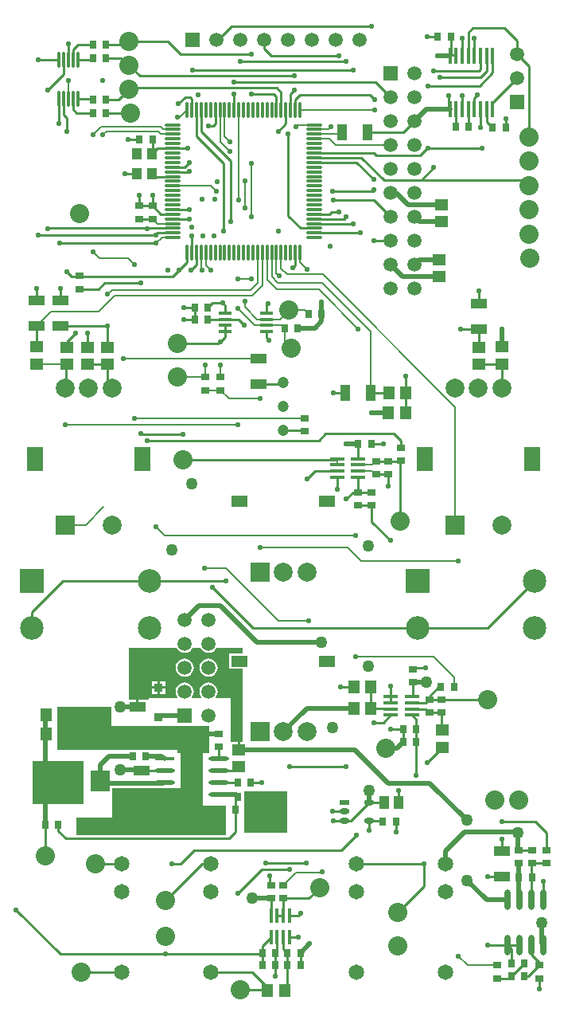
<source format=gtl>
G04*
G04 #@! TF.GenerationSoftware,Altium Limited,CircuitStudio,1.5.1 (13)*
G04*
G04 Layer_Physical_Order=1*
G04 Layer_Color=11767835*
%FSLAX44Y44*%
%MOMM*%
G71*
G01*
G75*
%ADD10R,0.9000X0.8000*%
%ADD11R,0.8000X0.9000*%
%ADD12R,0.4500X1.5500*%
%ADD13R,1.5500X0.4500*%
%ADD14R,1.2000X1.4000*%
%ADD15R,1.4000X1.2000*%
%ADD16R,0.9500X0.9000*%
%ADD17R,1.1000X1.7000*%
%ADD18R,1.7000X1.1000*%
%ADD19R,1.1000X1.3000*%
%ADD20R,1.1000X1.4000*%
%ADD21O,2.1500X0.4500*%
%ADD22R,2.1500X0.4500*%
%ADD23R,2.4000X3.1000*%
%ADD24R,1.4224X0.4318*%
%ADD25R,2.0000X2.2000*%
%ADD26O,1.1000X0.6000*%
%ADD27R,1.1000X0.6000*%
%ADD28O,0.3000X1.8000*%
%ADD29O,1.8000X0.3000*%
%ADD30R,0.3556X1.6764*%
%ADD31O,0.6000X2.2000*%
%ADD32O,0.3000X1.7000*%
%ADD33C,0.2540*%
%ADD34C,0.5080*%
%ADD35C,0.2032*%
%ADD36R,3.3782X2.8702*%
%ADD37R,2.4384X6.4008*%
%ADD38R,11.6078X2.5146*%
%ADD39R,5.8420X4.5974*%
%ADD40R,4.6228X4.4704*%
%ADD41R,5.5118X4.5466*%
%ADD42R,1.8000X2.6000*%
%ADD43R,2.0000X2.0000*%
%ADD44C,2.0000*%
%ADD45C,2.0320*%
%ADD46C,2.5000*%
%ADD47R,2.5000X2.5000*%
%ADD48R,1.8000X1.2000*%
%ADD49C,1.6501*%
%ADD50C,1.5000*%
%ADD51R,1.5000X1.5000*%
%ADD52R,1.5000X1.5000*%
%ADD53C,1.2000*%
%ADD54C,0.5588*%
%ADD55C,1.2700*%
%ADD56C,0.5080*%
G36*
X466090Y475802D02*
X489966D01*
X489966Y444500D01*
X331470Y444500D01*
X331470Y463042D01*
X369316Y463042D01*
X369316Y494030D01*
X466090Y494030D01*
Y475802D01*
D02*
G37*
G36*
X508508Y637032D02*
X493968D01*
Y620968D01*
X508508D01*
Y543320D01*
X505460D01*
Y534780D01*
X502920D01*
Y543320D01*
X495300D01*
Y589788D01*
X480058D01*
X479432Y591058D01*
X480226Y592093D01*
X481186Y594412D01*
X481514Y596900D01*
X481186Y599388D01*
X480226Y601707D01*
X478698Y603698D01*
X476707Y605226D01*
X474388Y606186D01*
X471900Y606514D01*
X469412Y606186D01*
X467093Y605226D01*
X465102Y603698D01*
X463574Y601707D01*
X462613Y599388D01*
X462286Y596900D01*
X462613Y594412D01*
X463574Y592093D01*
X464368Y591058D01*
X463741Y589788D01*
X454658D01*
X454032Y591058D01*
X454826Y592093D01*
X455787Y594412D01*
X456114Y596900D01*
X455787Y599388D01*
X454826Y601707D01*
X453298Y603698D01*
X451307Y605226D01*
X448988Y606186D01*
X446500Y606514D01*
X444011Y606186D01*
X441693Y605226D01*
X439702Y603698D01*
X438174Y601707D01*
X437213Y599388D01*
X436886Y596900D01*
X437213Y594412D01*
X438174Y592093D01*
X438968Y591058D01*
X438341Y589788D01*
X408178D01*
Y589112D01*
X407280Y588214D01*
X397510D01*
Y580174D01*
X394970D01*
Y588214D01*
X387350D01*
Y643128D01*
X387604Y643382D01*
X437971D01*
X438174Y642893D01*
X439702Y640902D01*
X441693Y639374D01*
X444011Y638413D01*
X446500Y638086D01*
X448988Y638413D01*
X451307Y639374D01*
X453298Y640902D01*
X454826Y642893D01*
X455029Y643382D01*
X463371D01*
X463574Y642893D01*
X465102Y640902D01*
X467093Y639374D01*
X469412Y638413D01*
X471900Y638086D01*
X474388Y638413D01*
X476707Y639374D01*
X478698Y640902D01*
X480226Y642893D01*
X480429Y643382D01*
X508508D01*
Y637032D01*
D02*
G37*
%LPC*%
G36*
X425882Y599698D02*
X419862D01*
Y593928D01*
X425882D01*
Y599698D01*
D02*
G37*
G36*
X417322D02*
X411302D01*
Y593928D01*
X417322D01*
Y599698D01*
D02*
G37*
G36*
Y608008D02*
X411302D01*
Y602238D01*
X417322D01*
Y608008D01*
D02*
G37*
G36*
X471900Y631914D02*
X469412Y631586D01*
X467093Y630626D01*
X465102Y629098D01*
X463574Y627107D01*
X462613Y624788D01*
X462286Y622300D01*
X462613Y619812D01*
X463574Y617493D01*
X465102Y615502D01*
X467093Y613974D01*
X469412Y613013D01*
X471900Y612686D01*
X474388Y613013D01*
X476707Y613974D01*
X478698Y615502D01*
X480226Y617493D01*
X481186Y619812D01*
X481514Y622300D01*
X481186Y624788D01*
X480226Y627107D01*
X478698Y629098D01*
X476707Y630626D01*
X474388Y631586D01*
X471900Y631914D01*
D02*
G37*
G36*
X446500D02*
X444011Y631586D01*
X441693Y630626D01*
X439702Y629098D01*
X438174Y627107D01*
X437213Y624788D01*
X436886Y622300D01*
X437213Y619812D01*
X438174Y617493D01*
X439702Y615502D01*
X441693Y613974D01*
X444011Y613013D01*
X446500Y612686D01*
X448988Y613013D01*
X451307Y613974D01*
X453298Y615502D01*
X454826Y617493D01*
X455787Y619812D01*
X456114Y622300D01*
X455787Y624788D01*
X454826Y627107D01*
X453298Y629098D01*
X451307Y630626D01*
X448988Y631586D01*
X446500Y631914D01*
D02*
G37*
G36*
X425882Y608008D02*
X419862D01*
Y602238D01*
X425882D01*
Y608008D01*
D02*
G37*
%LPD*%
D10*
X689610Y606410D02*
D03*
Y620410D02*
D03*
X720090Y574406D02*
D03*
Y588406D02*
D03*
X645160Y794370D02*
D03*
Y808370D02*
D03*
X662940Y827390D02*
D03*
Y841390D02*
D03*
X574294Y887364D02*
D03*
Y873364D02*
D03*
X468376Y930798D02*
D03*
Y916798D02*
D03*
X484632Y930798D02*
D03*
Y916798D02*
D03*
X551500Y377000D02*
D03*
Y391000D02*
D03*
X334772Y1024494D02*
D03*
Y1038494D02*
D03*
X676656Y841868D02*
D03*
Y855868D02*
D03*
X801500Y414500D02*
D03*
Y428500D02*
D03*
X779000Y306000D02*
D03*
Y292000D02*
D03*
X831500Y428500D02*
D03*
Y414500D02*
D03*
X816500Y414500D02*
D03*
Y428500D02*
D03*
X706820Y574470D02*
D03*
Y588470D02*
D03*
X631190Y808370D02*
D03*
Y794370D02*
D03*
X650240Y827390D02*
D03*
Y841390D02*
D03*
X412242Y1098916D02*
D03*
Y1112916D02*
D03*
X398272Y1098916D02*
D03*
Y1112916D02*
D03*
X482600Y537830D02*
D03*
Y551830D02*
D03*
X824000Y306000D02*
D03*
Y292000D02*
D03*
X538226Y377048D02*
D03*
Y391048D02*
D03*
D11*
X631048Y859790D02*
D03*
X645048D02*
D03*
X405018Y528066D02*
D03*
X391018D02*
D03*
X678800Y543052D02*
D03*
X692800D02*
D03*
X569610Y306070D02*
D03*
X555610D02*
D03*
X543194D02*
D03*
X529194D02*
D03*
X362600Y1283970D02*
D03*
X348600D02*
D03*
X362600Y1211580D02*
D03*
X348600D02*
D03*
X362600Y1225550D02*
D03*
X348600D02*
D03*
X362600Y1270000D02*
D03*
X348600D02*
D03*
X578216Y997712D02*
D03*
X592216D02*
D03*
X552562Y982726D02*
D03*
X566562D02*
D03*
X719186Y601472D02*
D03*
X733186D02*
D03*
X486522Y471678D02*
D03*
X500522D02*
D03*
X502960Y485190D02*
D03*
X516960D02*
D03*
X794000Y294000D02*
D03*
X808000D02*
D03*
X774304Y1195832D02*
D03*
X788304D02*
D03*
X734680Y1196848D02*
D03*
X748680D02*
D03*
X729884Y1292606D02*
D03*
X715884D02*
D03*
X692800Y557022D02*
D03*
X678800D02*
D03*
X555610Y318770D02*
D03*
X569610D02*
D03*
X542940Y318770D02*
D03*
X528940D02*
D03*
X412130Y1183132D02*
D03*
X398130D02*
D03*
X471058Y1004570D02*
D03*
X457058D02*
D03*
X471058Y991870D02*
D03*
X457058D02*
D03*
X502960Y500190D02*
D03*
X516960D02*
D03*
X312054Y455168D02*
D03*
X298054D02*
D03*
X657130Y458790D02*
D03*
X671130D02*
D03*
X816000Y399000D02*
D03*
X802000D02*
D03*
X794000Y308000D02*
D03*
X808000D02*
D03*
D12*
X557750Y358750D02*
D03*
X551250D02*
D03*
X544750D02*
D03*
X538250D02*
D03*
X557750Y336250D02*
D03*
X551250D02*
D03*
X544750D02*
D03*
X538250D02*
D03*
D13*
X631010Y824640D02*
D03*
Y831140D02*
D03*
Y837640D02*
D03*
Y844140D02*
D03*
X608510Y824640D02*
D03*
Y831140D02*
D03*
Y837640D02*
D03*
Y844140D02*
D03*
X688070Y571720D02*
D03*
Y578220D02*
D03*
Y584720D02*
D03*
Y591220D02*
D03*
X665570Y571720D02*
D03*
Y578220D02*
D03*
Y584720D02*
D03*
Y591220D02*
D03*
D14*
X626508Y601726D02*
D03*
X644508D02*
D03*
X626508Y579120D02*
D03*
X644508D02*
D03*
X663592Y914400D02*
D03*
X681592D02*
D03*
X663338Y893064D02*
D03*
X681338D02*
D03*
X317102Y572262D02*
D03*
X299102D02*
D03*
X317102Y551688D02*
D03*
X299102D02*
D03*
X534560Y279400D02*
D03*
X552560D02*
D03*
D15*
X720344Y537608D02*
D03*
Y555608D02*
D03*
X717550Y1037480D02*
D03*
Y1055480D02*
D03*
X720090Y1113900D02*
D03*
Y1095900D02*
D03*
X504190Y516780D02*
D03*
Y534780D02*
D03*
X759460Y962770D02*
D03*
Y944770D02*
D03*
X364490Y962770D02*
D03*
Y944770D02*
D03*
X289000Y963000D02*
D03*
Y945000D02*
D03*
X784000Y945000D02*
D03*
Y963000D02*
D03*
X342900Y944770D02*
D03*
Y962770D02*
D03*
X321310Y962770D02*
D03*
Y944770D02*
D03*
D16*
X418592Y600968D02*
D03*
Y569468D02*
D03*
D17*
X641134Y1191260D02*
D03*
X614134D02*
D03*
X644436Y914400D02*
D03*
X617436D02*
D03*
D18*
X400340Y512610D02*
D03*
Y485610D02*
D03*
X396240Y580174D02*
D03*
Y553174D02*
D03*
X759460Y1009180D02*
D03*
Y982180D02*
D03*
X314000Y1012500D02*
D03*
Y985500D02*
D03*
X289000D02*
D03*
Y1012500D02*
D03*
X784000Y400500D02*
D03*
Y427500D02*
D03*
X525018Y923760D02*
D03*
Y950760D02*
D03*
D19*
X395356Y1167970D02*
D03*
X411856D02*
D03*
X395356Y1146970D02*
D03*
X411856D02*
D03*
D20*
X674130Y478790D02*
D03*
X659130D02*
D03*
D21*
X482460Y487090D02*
D03*
Y499790D02*
D03*
Y512490D02*
D03*
Y525190D02*
D03*
X424960Y487090D02*
D03*
Y499790D02*
D03*
Y512490D02*
D03*
D22*
Y525190D02*
D03*
D23*
X453710Y506140D02*
D03*
D24*
X533217Y998750D02*
D03*
Y992250D02*
D03*
Y985750D02*
D03*
Y979250D02*
D03*
X489783D02*
D03*
Y985750D02*
D03*
Y992250D02*
D03*
Y998750D02*
D03*
D25*
X297906Y501396D02*
D03*
X356906D02*
D03*
D26*
X642630Y459790D02*
D03*
Y478790D02*
D03*
X616630Y459790D02*
D03*
Y469290D02*
D03*
D27*
Y478790D02*
D03*
D28*
X449000Y1214500D02*
D03*
X454000D02*
D03*
X459000D02*
D03*
X464000D02*
D03*
X469000D02*
D03*
X474000D02*
D03*
X479000D02*
D03*
X484000D02*
D03*
X489000D02*
D03*
X494000D02*
D03*
X499000D02*
D03*
X504000D02*
D03*
X509000D02*
D03*
X514000D02*
D03*
X519000D02*
D03*
X524000D02*
D03*
X529000D02*
D03*
X534000D02*
D03*
X539000D02*
D03*
X544000D02*
D03*
X549000D02*
D03*
X554000D02*
D03*
X559000D02*
D03*
X564000D02*
D03*
X569000D02*
D03*
Y1063500D02*
D03*
X564000D02*
D03*
X559000D02*
D03*
X554000D02*
D03*
X549000D02*
D03*
X544000D02*
D03*
X539000D02*
D03*
X534000D02*
D03*
X529000D02*
D03*
X524000D02*
D03*
X519000D02*
D03*
X514000D02*
D03*
X509000D02*
D03*
X504000D02*
D03*
X499000D02*
D03*
X494000D02*
D03*
X489000D02*
D03*
X484000D02*
D03*
X479000D02*
D03*
X474000D02*
D03*
X469000D02*
D03*
X464000D02*
D03*
X459000D02*
D03*
X454000D02*
D03*
X449000D02*
D03*
D29*
X584500Y1199000D02*
D03*
Y1194000D02*
D03*
Y1189000D02*
D03*
Y1184000D02*
D03*
Y1179000D02*
D03*
Y1174000D02*
D03*
Y1169000D02*
D03*
Y1164000D02*
D03*
Y1159000D02*
D03*
Y1154000D02*
D03*
Y1149000D02*
D03*
Y1144000D02*
D03*
Y1139000D02*
D03*
Y1134000D02*
D03*
Y1129000D02*
D03*
Y1124000D02*
D03*
Y1119000D02*
D03*
Y1114000D02*
D03*
Y1109000D02*
D03*
Y1104000D02*
D03*
Y1099000D02*
D03*
Y1094000D02*
D03*
Y1089000D02*
D03*
Y1084000D02*
D03*
Y1079000D02*
D03*
X433500D02*
D03*
Y1084000D02*
D03*
Y1089000D02*
D03*
Y1094000D02*
D03*
Y1099000D02*
D03*
Y1104000D02*
D03*
Y1109000D02*
D03*
Y1114000D02*
D03*
Y1119000D02*
D03*
Y1124000D02*
D03*
Y1129000D02*
D03*
Y1134000D02*
D03*
Y1139000D02*
D03*
Y1144000D02*
D03*
Y1149000D02*
D03*
Y1154000D02*
D03*
Y1159000D02*
D03*
Y1164000D02*
D03*
Y1169000D02*
D03*
Y1174000D02*
D03*
Y1179000D02*
D03*
Y1184000D02*
D03*
Y1189000D02*
D03*
Y1194000D02*
D03*
Y1199000D02*
D03*
D30*
X728750Y1272194D02*
D03*
X735250D02*
D03*
X741750D02*
D03*
X748250D02*
D03*
X754750D02*
D03*
X761250D02*
D03*
X767750D02*
D03*
X774250D02*
D03*
Y1215806D02*
D03*
X767750D02*
D03*
X761250D02*
D03*
X754750D02*
D03*
X748250D02*
D03*
X741750D02*
D03*
X735250D02*
D03*
X728750D02*
D03*
D31*
X789950Y327500D02*
D03*
X802650D02*
D03*
X815350D02*
D03*
X828050D02*
D03*
X789950Y375500D02*
D03*
X802650D02*
D03*
X815350D02*
D03*
X828050D02*
D03*
D32*
X332580Y1267640D02*
D03*
X327580D02*
D03*
X322580D02*
D03*
X317580D02*
D03*
X312580D02*
D03*
X332580Y1226640D02*
D03*
X327580D02*
D03*
X322580D02*
D03*
X317580D02*
D03*
X312580D02*
D03*
D33*
X718312Y1249680D02*
X760984D01*
X711708Y1256030D02*
X759460D01*
X767750Y1256446D02*
Y1272194D01*
X760984Y1249680D02*
X767750Y1256446D01*
X727568Y1216988D02*
Y1229614D01*
X433500Y1174000D02*
X450076D01*
X433578Y1037336D02*
X440690Y1044448D01*
X326136Y1037336D02*
X433578D01*
X440690Y1044448D02*
X449000Y1052758D01*
X453390Y1044448D02*
X459000Y1050058D01*
X320802Y1042670D02*
X326136Y1037336D01*
X679450Y1191260D02*
X690880Y1202690D01*
X641134Y1191260D02*
X679450D01*
X561340Y1046734D02*
X564000Y1049394D01*
X300736Y1089000D02*
X433500D01*
X596392Y870712D02*
X669036D01*
X589026Y863346D02*
X596392Y870712D01*
X406146Y863346D02*
X589026D01*
X678800Y543052D02*
Y557022D01*
X665226D02*
X678800D01*
X688070Y571720D02*
X692800Y566990D01*
Y557022D02*
Y566990D01*
X692912Y507492D02*
Y543448D01*
X692800Y543052D02*
Y557022D01*
X314255Y317697D02*
X528940D01*
X528828Y408178D02*
X558292D01*
X503174Y382524D02*
X528828Y408178D01*
X464801Y414001D02*
X474000D01*
X425704Y374904D02*
X464801Y414001D01*
X629158D02*
X701059D01*
X629000D02*
X629158D01*
X701059Y390417D02*
Y414001D01*
X673100Y362458D02*
X701059Y390417D01*
X534560Y279400D02*
Y282558D01*
X505714Y279654D02*
X534306D01*
X518118Y299000D02*
X534560Y282558D01*
X474000Y299000D02*
X518118D01*
X336042Y298958D02*
X378958D01*
X351282Y413766D02*
X378765D01*
X578676Y377000D02*
X590296Y388620D01*
X532638Y414274D02*
X575818D01*
X784098Y458724D02*
X819658D01*
X831500Y446882D01*
Y428500D02*
Y446882D01*
X784000Y427500D02*
Y440338D01*
X801370Y428630D02*
X801500Y428500D01*
X528940Y306324D02*
Y317697D01*
X266954Y364998D02*
X314255Y317697D01*
X528940D02*
Y318770D01*
X567284Y358750D02*
X569722Y361188D01*
X557750Y358750D02*
X567284D01*
X789950Y327500D02*
X794000Y323450D01*
X768604Y327406D02*
X789856D01*
X768604Y400558D02*
X783942D01*
X784000Y400500D01*
X613410Y428498D02*
X629158Y444246D01*
X456438Y428498D02*
X613410D01*
X441960Y414020D02*
X456438Y428498D01*
X433070Y414020D02*
X441960D01*
X558292Y517144D02*
X618490D01*
X576580Y822960D02*
X584760Y831140D01*
X608510D01*
X476250Y707136D02*
X519386Y664000D01*
X623630Y459790D02*
X642630Y478790D01*
X616630Y459790D02*
X623630D01*
X604520D02*
X616630D01*
X706820Y588470D02*
Y591646D01*
X662940Y841390D02*
X676178D01*
X676148Y777494D02*
Y841360D01*
X484632Y967994D02*
X489783Y973145D01*
Y979250D01*
X503556Y992250D02*
X510032Y985774D01*
X489783Y992250D02*
X503556D01*
X321310Y968502D02*
X330454Y977646D01*
X321310Y962770D02*
Y968502D01*
X342900Y962770D02*
Y977646D01*
X364490Y962770D02*
Y985500D01*
X720090Y588406D02*
X768970D01*
X545846Y1191768D02*
X554000Y1199922D01*
X362600Y1211580D02*
X388366D01*
X479000Y1200360D02*
Y1214500D01*
X476758Y1198118D02*
X479000Y1200360D01*
X471678Y1198118D02*
X476758D01*
X705358Y1173988D02*
X762762D01*
X807212Y1139952D02*
X812800Y1134364D01*
X698754Y1139952D02*
X807212D01*
X629414Y1159000D02*
X647700Y1140714D01*
X584500Y1159000D02*
X629414D01*
X698754Y1139952D02*
X711708Y1153668D01*
X704850Y1173988D02*
X705358D01*
X697230Y1166368D02*
X704850Y1173988D01*
X658622Y1139952D02*
X698754D01*
X634574Y1164000D02*
X658622Y1139952D01*
X584500Y1164000D02*
X634574D01*
X650494Y1166368D02*
X697230D01*
X647862Y1169000D02*
X650494Y1166368D01*
X584500Y1169000D02*
X647862D01*
X387350Y1262380D02*
X399034Y1250696D01*
X562864D01*
X496062Y1303274D02*
X645160D01*
X481838Y1289050D02*
X496062Y1303274D01*
X480060Y1289050D02*
X481838D01*
X530860Y1280160D02*
Y1289050D01*
Y1280160D02*
X538480Y1272540D01*
X610870D01*
X517652Y1231900D02*
X541020D01*
X544000Y1228920D01*
X446786Y1228344D02*
X451866D01*
X454000Y1226210D01*
Y1214500D02*
Y1226210D01*
X439562Y1221120D02*
X446786Y1228344D01*
X544322Y1237996D02*
X549000Y1233318D01*
X387350Y1237996D02*
X544322D01*
X549000Y1214500D02*
Y1233318D01*
X649224Y1244346D02*
X665480Y1228090D01*
X499000Y1244346D02*
X649224D01*
X584500Y1084000D02*
X633222D01*
X616400Y1099000D02*
X618490Y1101090D01*
X584500Y1099000D02*
X616400D01*
X584500Y1094000D02*
X626110D01*
X584500Y1104000D02*
X600710D01*
X602880Y1106170D01*
X610870D01*
X643890Y1230630D02*
X648970Y1225550D01*
X603504Y1128522D02*
X647700D01*
Y1075690D02*
X665480D01*
X362600Y1283970D02*
X383540D01*
X362600Y1270000D02*
X379730D01*
X375920Y1225550D02*
X387350Y1236980D01*
X362600Y1225550D02*
X375920D01*
X568960Y1230630D02*
X643890D01*
X564000Y1225670D02*
X568960Y1230630D01*
X564000Y1214500D02*
Y1225670D01*
X320548Y920548D02*
Y945024D01*
X322580Y1267640D02*
Y1285240D01*
X331470Y1211580D02*
X348600D01*
X327580Y1215470D02*
X331470Y1211580D01*
X327580Y1215470D02*
Y1226640D01*
X332580D02*
X347510D01*
X611620Y1189000D02*
X613880Y1191260D01*
X769000Y664000D02*
X819000Y714000D01*
X694000Y664000D02*
X769000D01*
X537210Y392064D02*
Y401320D01*
Y392064D02*
X538226Y391048D01*
X314000Y1012500D02*
Y1024890D01*
X289000Y1012500D02*
Y1024890D01*
X289000Y963000D02*
Y985500D01*
X631010Y808550D02*
X644980D01*
X618490Y801370D02*
X625490Y808370D01*
X631190D01*
X332740Y1283970D02*
X348600D01*
X327580Y1278810D02*
X332740Y1283970D01*
X327580Y1267640D02*
Y1278810D01*
X332580Y1267640D02*
X346240D01*
X314000Y985500D02*
X364490D01*
X364490Y923510D02*
Y944770D01*
X342900Y944770D02*
X364490D01*
X631190Y794370D02*
X645160D01*
X631010Y808550D02*
Y824640D01*
X789950Y327500D02*
X802650D01*
X828050Y375500D02*
Y394960D01*
X824230Y280670D02*
Y291770D01*
X824000Y292000D02*
X824230Y291770D01*
X759460Y1009180D02*
Y1022350D01*
X552560Y279400D02*
X555610Y282450D01*
Y306070D01*
X543194Y294274D02*
Y306070D01*
X542940Y306324D02*
Y318770D01*
X569610Y306070D02*
Y318770D01*
X674370Y479030D02*
Y491998D01*
X674130Y478790D02*
X674370Y479030D01*
X671130Y447802D02*
Y458790D01*
X604012Y469392D02*
X615208D01*
X615970Y468630D01*
X616630Y469290D01*
X564000Y1049394D02*
Y1063500D01*
X449000Y1052758D02*
Y1063500D01*
X459000Y1050058D02*
Y1063500D01*
X382430Y1146970D02*
X395356D01*
X412130Y1168244D02*
X417886Y1174000D01*
X412130Y1168244D02*
Y1183132D01*
X386588D02*
X398130D01*
X417886Y1174000D02*
X433500D01*
X411856Y1146970D02*
X414826Y1144000D01*
X433500D01*
X446610Y1154000D02*
X451104Y1158494D01*
X433500Y1154000D02*
X446610D01*
X433500Y1099000D02*
X451162D01*
X433500Y1149000D02*
X451262D01*
X433500Y1109000D02*
X451322D01*
X500522Y471678D02*
Y482752D01*
X502920Y485150D02*
X502960Y485190D01*
X482600Y525330D02*
Y537830D01*
X482460Y512490D02*
X499900D01*
X774250Y1215806D02*
Y1222560D01*
X642630Y459790D02*
X656130D01*
X642630Y478790D02*
X659130D01*
X424960Y487090D02*
X434660D01*
X482460Y499790D02*
X502560D01*
X398016Y513334D02*
X399540Y511810D01*
X551500Y359000D02*
Y377000D01*
X544750Y358750D02*
X551250D01*
X703070Y584720D02*
X706820Y588470D01*
X703070Y578220D02*
X706820Y574470D01*
X801500Y428500D02*
X816500D01*
Y414500D02*
X831500D01*
X815350Y375500D02*
Y413350D01*
X794000Y308000D02*
Y323450D01*
X808000Y294000D02*
X812000D01*
X824000Y306000D01*
X794000Y294000D02*
X808000Y308000D01*
X779000Y292000D02*
X792000D01*
X815350Y317650D02*
Y327500D01*
Y317650D02*
X824000Y309000D01*
Y306000D02*
Y309000D01*
X400340Y512610D02*
X424840D01*
X399540Y511810D02*
X400340Y512610D01*
X688070Y578220D02*
X703070D01*
X688070Y584720D02*
X703070D01*
X706820Y588470D02*
X720026D01*
X706820Y574470D02*
X720026D01*
X689610Y592760D02*
Y606410D01*
X650240Y841390D02*
X662940D01*
X650240Y827390D02*
X662940D01*
X631048Y844178D02*
Y859790D01*
X681592Y893318D02*
Y914400D01*
X644436Y914400D02*
X663592D01*
X551500Y874000D02*
X573658D01*
X525018Y923760D02*
X550460D01*
X457058Y991870D02*
Y1004570D01*
X665130Y578660D02*
X665570Y578220D01*
X551250Y336250D02*
X551690Y335810D01*
X544750Y320580D02*
Y336250D01*
X542940Y318770D02*
X544750Y320580D01*
X528940Y318770D02*
Y326940D01*
X538250Y336250D01*
Y358750D02*
Y377024D01*
X551250Y323130D02*
Y336250D01*
Y323130D02*
X555610Y318770D01*
X555610Y318770D01*
Y306070D02*
Y318770D01*
X761250Y1196098D02*
Y1215806D01*
X754750D02*
Y1227444D01*
X758190Y1230884D01*
X741750Y1272194D02*
Y1288288D01*
Y1215806D02*
Y1230884D01*
X735250Y1197418D02*
Y1215806D01*
X748680Y1196848D02*
Y1215376D01*
X767750Y1202386D02*
Y1215806D01*
Y1202386D02*
X774304Y1195832D01*
X812800Y1186180D02*
Y1261110D01*
X800100Y1273810D02*
X812800Y1261110D01*
X774250Y1222560D02*
X800100Y1248410D01*
X788304Y1195832D02*
Y1204976D01*
X557750Y336250D02*
X557958Y336042D01*
X567690D01*
X645048Y859790D02*
X658114D01*
X608510Y811710D02*
Y824640D01*
X551500Y377000D02*
X578676D01*
X499000Y1214500D02*
Y1231900D01*
X569620Y1089000D02*
X584500D01*
X556260Y1102360D02*
X569620Y1089000D01*
X544000Y1214500D02*
Y1228920D01*
X387350Y1287780D02*
X428244D01*
X556260Y1102360D02*
Y1189482D01*
X317580Y1252808D02*
Y1267640D01*
X300736Y1235964D02*
X317580Y1252808D01*
X505460Y1266190D02*
X618490D01*
X647954Y1118616D02*
X665480Y1101090D01*
X604266Y1118616D02*
X647954D01*
X554000Y1199922D02*
Y1214500D01*
X290322Y1267640D02*
X312580D01*
Y1200658D02*
Y1226640D01*
X454660Y1257300D02*
X626110D01*
X559000Y1214500D02*
Y1231592D01*
X562864Y1235456D01*
X428244Y1287780D02*
X442468Y1273556D01*
X517652D01*
X459000Y1186412D02*
Y1214500D01*
X487680Y1086358D02*
Y1157732D01*
X459000Y1186412D02*
X487680Y1157732D01*
X464000Y1191572D02*
Y1214500D01*
Y1191572D02*
X495046Y1160526D01*
Y1095756D02*
Y1160526D01*
X739940Y982180D02*
X759460D01*
X317580Y1209468D02*
Y1226640D01*
Y1209468D02*
X320802Y1206246D01*
Y1191768D02*
Y1206246D01*
X489403Y991870D02*
X489783Y992250D01*
Y979250D02*
Y985750D01*
X533217Y973003D02*
Y979250D01*
Y973003D02*
X536194Y970026D01*
X533217Y998750D02*
Y1006419D01*
X535432Y1008634D01*
X471058Y991870D02*
X489403D01*
X445516D02*
X457058D01*
X681592Y914400D02*
Y931562D01*
X784000Y919000D02*
Y945000D01*
X759460Y944770D02*
X783770D01*
X759460Y962770D02*
Y982180D01*
X445262Y1004570D02*
X457058D01*
X489783Y998750D02*
Y1006531D01*
X486664Y1009650D02*
X489783Y1006531D01*
X476138Y1009650D02*
X486664D01*
X471058Y1004570D02*
X476138Y1009650D01*
X398272Y1098916D02*
X412242D01*
X421158Y1104000D02*
X433500D01*
X412242Y1112916D02*
X421158Y1104000D01*
X398272Y1112916D02*
X412242D01*
X398272D02*
Y1124204D01*
X412242Y1112916D02*
Y1123950D01*
X676656Y855868D02*
Y863092D01*
X669036Y870712D02*
X676656Y863092D01*
X720090Y555862D02*
Y574406D01*
X720344Y537210D02*
Y537608D01*
X704596Y521462D02*
X720344Y537210D01*
X438912Y966470D02*
X483108D01*
X334772Y1024494D02*
X354696D01*
X361188Y1030986D01*
X399542D01*
Y870712D02*
X400304Y869950D01*
X444500D01*
X519386Y664000D02*
X694000D01*
X284000D02*
Y681256D01*
X316744Y714000D01*
X409000D01*
X490220D01*
X444500Y843280D02*
X607650D01*
X662940Y815086D02*
Y827390D01*
X645160Y777240D02*
Y794370D01*
Y777240D02*
X665226Y757174D01*
X706820Y591646D02*
X716646Y601472D01*
X644508Y578660D02*
Y579120D01*
Y601726D01*
Y578660D02*
X665130D01*
X657730Y563880D02*
X664718Y570868D01*
X647954Y563880D02*
X657730D01*
X611886Y601726D02*
X626508D01*
X665226Y591564D02*
Y602742D01*
Y591564D02*
X665570Y591220D01*
Y584720D02*
Y591220D01*
X493776Y440690D02*
X500522Y447436D01*
Y471678D01*
X312054Y448422D02*
Y455168D01*
Y448422D02*
X319786Y440690D01*
X493776D01*
X298054Y422260D02*
Y455168D01*
X604266Y914400D02*
X617436D01*
X642630Y459790D02*
X642874Y459546D01*
Y449580D02*
Y459546D01*
X516960Y500190D02*
X517024Y500126D01*
X528828D01*
X690992Y621792D02*
X702564D01*
X705358Y1240282D02*
X760222D01*
X774250Y1254310D01*
Y1272194D01*
X759460Y1256030D02*
X761250Y1257820D01*
Y1272194D01*
X704342Y1292860D02*
X715630D01*
X729884Y1273328D02*
Y1292606D01*
Y1273328D02*
X734116D01*
X754750Y1272194D02*
Y1290966D01*
X748250Y1272194D02*
Y1296890D01*
X800100Y1273810D02*
Y1288288D01*
X748250Y1296890D02*
X752856Y1301496D01*
X786892D01*
X800100Y1288288D01*
X290322Y1081786D02*
X415544D01*
X417758Y1084000D02*
X433500D01*
X313436Y1072896D02*
X416052D01*
X415544Y1081786D02*
X417758Y1084000D01*
X454000Y1063500D02*
Y1080770D01*
D34*
X703996Y1215806D02*
X728750D01*
X579628Y328788D02*
Y328930D01*
X569610Y318770D02*
X579628Y328788D01*
X671942Y536194D02*
X678800Y543052D01*
X660654Y536194D02*
X671942D01*
X464708Y551830D02*
X482600D01*
X463550Y550672D02*
X464708Y551830D01*
X463550Y540766D02*
Y550672D01*
X744728Y447802D02*
X800608D01*
X801370Y447040D01*
Y428630D02*
Y447040D01*
X724000Y427074D02*
X744728Y447802D01*
X724000Y414001D02*
Y427074D01*
X707390Y499618D02*
X747014Y459994D01*
X662686Y499618D02*
X707390D01*
X767754Y375500D02*
X789950D01*
X747141Y396113D02*
X767754Y375500D01*
X627524Y534780D02*
X662686Y499618D01*
X504190Y534780D02*
X627524D01*
X518668Y377190D02*
X538084D01*
X420624Y571500D02*
X446500D01*
X642630Y478790D02*
Y489976D01*
X482460Y487090D02*
X501060D01*
X381000Y513334D02*
X398016D01*
X801500Y399500D02*
Y414500D01*
X802000Y376150D02*
Y399000D01*
X690880Y1202690D02*
X703996Y1215806D01*
X665480Y1126490D02*
X671830D01*
X684420Y1113900D01*
X720090D01*
X690880Y1101090D02*
X696070Y1095900D01*
X720090D01*
X665480Y1050290D02*
X678290Y1037480D01*
X717550D01*
X690880Y1050290D02*
X696070Y1055480D01*
X717550D01*
X566562Y982726D02*
X584962D01*
X592216Y989980D01*
Y997712D01*
Y1010300D01*
X784000Y963000D02*
Y981612D01*
X644906Y893064D02*
X663338D01*
X618490Y859790D02*
X631048D01*
X551500Y554000D02*
X576620Y579120D01*
X626508D01*
X523210Y649000D02*
X591850D01*
X484378Y687832D02*
X523210Y649000D01*
X461232Y687832D02*
X484378D01*
X446500Y673100D02*
X461232Y687832D01*
X826164Y329386D02*
Y351518D01*
Y329386D02*
X828050Y327500D01*
X689610Y606410D02*
X703580D01*
X378244Y580174D02*
X396240D01*
X422084Y528066D02*
X424960Y525190D01*
X405018Y528066D02*
X422084D01*
X366268D02*
X391018D01*
X356906Y518704D02*
X366268Y528066D01*
X356906Y501396D02*
Y518704D01*
Y499618D02*
X423100D01*
X396240Y553174D02*
X412280D01*
X298054Y455168D02*
Y501248D01*
X297906Y501396D02*
Y571066D01*
X715264Y1272540D02*
X728404D01*
D35*
X469000Y1049920D02*
X474472Y1044448D01*
X464000Y1045776D02*
Y1063500D01*
X474582Y1134000D02*
X480060Y1128522D01*
X584500Y1189000D02*
X611620D01*
X599386Y1194000D02*
X601980Y1196594D01*
X584500Y1194000D02*
X599386D01*
X569000Y1053298D02*
X576580Y1045718D01*
X564995Y404495D02*
X592455D01*
X551500Y391000D02*
X564995Y404495D01*
X737616Y315722D02*
X747338Y306000D01*
X779000D01*
X628650Y633984D02*
X711454D01*
X546608Y672084D02*
X578104D01*
X490728Y727964D02*
X546608Y672084D01*
X467106Y727964D02*
X490728D01*
X634492Y735330D02*
X737616D01*
X619760Y750062D02*
X634492Y735330D01*
X527050Y750062D02*
X619760D01*
X493380Y908050D02*
X527050D01*
X484632Y916798D02*
X493380Y908050D01*
X424942Y762762D02*
X628650D01*
X484632Y930798D02*
Y944118D01*
X468376Y916798D02*
X484632D01*
X468376Y930798D02*
Y943610D01*
X422156Y1079000D02*
X433500D01*
X304260Y1000760D02*
X354838D01*
X371602Y1017524D01*
X289000Y985500D02*
X304260Y1000760D01*
X369062Y1023620D02*
X516890D01*
X364490Y1019048D02*
X369062Y1023620D01*
X552562Y968390D02*
X559562Y961390D01*
X552562Y968390D02*
Y982726D01*
X433500Y1134000D02*
X474582D01*
X534000Y1034450D02*
Y1063500D01*
X539000Y1037578D02*
X545592Y1030986D01*
X549000Y1046120D02*
X555244Y1039876D01*
X539000Y1037578D02*
Y1063500D01*
X544000Y1041214D02*
X546989Y1038225D01*
X544000Y1041214D02*
Y1063500D01*
X549000Y1046120D02*
Y1063500D01*
X349250Y1188466D02*
X357378Y1196594D01*
X359156Y1188212D02*
X362966Y1192022D01*
X418084D01*
X421106Y1189000D01*
X433500D01*
X420878Y1196594D02*
X423472Y1194000D01*
X357378Y1196594D02*
X420878D01*
X423472Y1194000D02*
X433500D01*
X517398Y1101090D02*
Y1157986D01*
X510286Y1110488D02*
Y1139190D01*
X489000Y1186384D02*
X494792Y1180592D01*
X489000Y1186384D02*
Y1214500D01*
X484000Y1181224D02*
X494792Y1170432D01*
X484000Y1181224D02*
Y1214500D01*
X516890Y1023620D02*
X524000Y1030730D01*
Y1063500D01*
X289000Y945000D02*
X320524D01*
X567556Y1199000D02*
X584500D01*
X565150Y1196594D02*
X567556Y1199000D01*
X631010Y837640D02*
X646490D01*
X650240Y841390D01*
X631010Y831140D02*
X646490D01*
X569000Y1214500D02*
X648970D01*
X584500Y1184000D02*
X600350D01*
X607060Y1177290D01*
X665480D01*
X569000Y1053298D02*
Y1063500D01*
X529000Y1028364D02*
Y1063500D01*
X322580Y1226640D02*
Y1246378D01*
X504000Y1118806D02*
Y1214500D01*
X441620Y1207120D02*
X449000Y1214500D01*
X439024Y1207120D02*
X441620D01*
X533217Y992250D02*
X547496D01*
X557276Y1002030D01*
X573898D01*
X578216Y997712D01*
X533217Y985750D02*
X549538D01*
X552562Y982726D01*
X510286Y1005586D02*
X523622Y992250D01*
X533217D01*
X502666Y1004062D02*
X520978Y985750D01*
X533217D01*
X534000Y1034450D02*
X544576Y1023874D01*
X545592Y1030986D02*
X593090D01*
X644436Y979640D01*
Y914400D02*
Y979640D01*
X555244Y1039876D02*
X593344D01*
X734000Y899220D01*
Y774000D02*
Y899220D01*
X518160Y1017524D02*
X529000Y1028364D01*
X371602Y1017524D02*
X518160D01*
X502666Y1035304D02*
X517398D01*
X510286Y1005586D02*
Y1011428D01*
X380962Y950760D02*
X525018D01*
X392572Y887364D02*
X574294D01*
X349250Y1063752D02*
X356108Y1056894D01*
X385826D01*
X392572Y1050148D01*
X469000Y1049920D02*
Y1063500D01*
X417158Y1094000D02*
X433500D01*
X412242Y1098916D02*
X417158Y1094000D01*
X438912Y930656D02*
X468234D01*
X319000Y774000D02*
X341184D01*
X359918Y792734D01*
X319000Y879856D02*
X502666D01*
X608510Y837640D02*
Y844140D01*
X711454Y633984D02*
X733186Y612252D01*
Y601472D02*
Y612252D01*
X544576Y1023874D02*
X589496D01*
X631190Y982180D01*
X416052Y1072896D02*
X422156Y1079000D01*
X416052Y771652D02*
X424942Y762762D01*
D36*
X455549Y545465D02*
D03*
D37*
X453898Y526034D02*
D03*
D38*
X414401Y547243D02*
D03*
D39*
X339344Y557657D02*
D03*
D40*
X532384Y468376D02*
D03*
D41*
X312039Y500507D02*
D03*
D42*
X287000Y844000D02*
D03*
X401000D02*
D03*
X702000D02*
D03*
X816000D02*
D03*
D43*
X319000Y774000D02*
D03*
X526500Y724000D02*
D03*
X734000Y774000D02*
D03*
X526500Y554000D02*
D03*
D44*
X369000Y774000D02*
D03*
X319000Y919000D02*
D03*
X344000D02*
D03*
X369000D02*
D03*
X551500Y724000D02*
D03*
X576500D02*
D03*
X784000Y774000D02*
D03*
X734000Y919000D02*
D03*
X759000D02*
D03*
X784000D02*
D03*
X551500Y554000D02*
D03*
X576500D02*
D03*
D45*
X812800Y1108456D02*
D03*
Y1186180D02*
D03*
X673100Y326644D02*
D03*
X769112Y588264D02*
D03*
X660654Y536194D02*
D03*
X590296Y388620D02*
D03*
X673100Y362458D02*
D03*
X505714Y279654D02*
D03*
X336042Y298958D02*
D03*
X425704Y336550D02*
D03*
X676148Y777494D02*
D03*
X444500Y843280D02*
D03*
X425704Y374904D02*
D03*
X351282Y413766D02*
D03*
X387350Y1287780D02*
D03*
X388366Y1211580D02*
D03*
X387350Y1236980D02*
D03*
Y1262380D02*
D03*
X438912Y930656D02*
D03*
Y966470D02*
D03*
X557276Y1002030D02*
D03*
X559562Y961390D02*
D03*
X297942Y422148D02*
D03*
X813816Y1056894D02*
D03*
X334772Y1104646D02*
D03*
X776500Y481500D02*
D03*
X801500D02*
D03*
X812800Y1160272D02*
D03*
Y1134364D02*
D03*
Y1082548D02*
D03*
D46*
X409000Y664000D02*
D03*
Y714000D02*
D03*
X284000Y664000D02*
D03*
X819000D02*
D03*
Y714000D02*
D03*
X694000Y664000D02*
D03*
D47*
X284000Y714000D02*
D03*
X694000D02*
D03*
D48*
X598000Y799000D02*
D03*
X505000D02*
D03*
X598000Y629000D02*
D03*
X505000D02*
D03*
D49*
X474000Y299000D02*
D03*
Y384001D02*
D03*
Y414001D02*
D03*
X379000Y299000D02*
D03*
Y384001D02*
D03*
Y414001D02*
D03*
X724000Y299000D02*
D03*
Y384001D02*
D03*
Y414001D02*
D03*
X629158Y299000D02*
D03*
Y384001D02*
D03*
Y414001D02*
D03*
D50*
X800100Y1273810D02*
D03*
Y1248410D02*
D03*
X632460Y1289050D02*
D03*
X607060D02*
D03*
X581660D02*
D03*
X556260D02*
D03*
X530860D02*
D03*
X505460D02*
D03*
X480060D02*
D03*
X690880Y1024890D02*
D03*
X665480D02*
D03*
X690880Y1050290D02*
D03*
X665480D02*
D03*
X690880Y1075690D02*
D03*
X665480D02*
D03*
X690880Y1101090D02*
D03*
X665480D02*
D03*
X690880Y1126490D02*
D03*
X665480D02*
D03*
X690880Y1151890D02*
D03*
X665480D02*
D03*
X690880Y1177290D02*
D03*
X665480D02*
D03*
X690880Y1202690D02*
D03*
X665480D02*
D03*
X690880Y1228090D02*
D03*
X665480D02*
D03*
X690880Y1253490D02*
D03*
X471900Y571500D02*
D03*
X446500Y596900D02*
D03*
X471900D02*
D03*
X446500Y622300D02*
D03*
X471900D02*
D03*
X446500Y647700D02*
D03*
X471900D02*
D03*
X446500Y673100D02*
D03*
X471900D02*
D03*
D51*
X800100Y1223010D02*
D03*
X665480Y1253490D02*
D03*
X446500Y571500D02*
D03*
D52*
X454660Y1289050D02*
D03*
D53*
X551500Y899400D02*
D03*
Y874000D02*
D03*
Y924800D02*
D03*
D54*
X465328Y1119632D02*
D03*
X478536D02*
D03*
X477520Y1080770D02*
D03*
X465760D02*
D03*
X454000Y1090168D02*
D03*
Y1080770D02*
D03*
X718312Y1249680D02*
D03*
X727568Y1229614D02*
D03*
X480822Y1138428D02*
D03*
X428752Y1044448D02*
D03*
X453390D02*
D03*
X561340Y1046734D02*
D03*
X579628Y328930D02*
D03*
X480060Y1128522D02*
D03*
X425704Y317754D02*
D03*
X503174Y382524D02*
D03*
X575818Y414274D02*
D03*
X784098Y458724D02*
D03*
X784000Y440338D02*
D03*
X266954Y364998D02*
D03*
X569722Y361188D02*
D03*
X592455Y404876D02*
D03*
X737616Y315722D02*
D03*
X768604Y327406D02*
D03*
Y400558D02*
D03*
X629158Y444246D02*
D03*
X558292Y408178D02*
D03*
X433070Y414020D02*
D03*
X532638Y414274D02*
D03*
X558292Y517144D02*
D03*
X618490D02*
D03*
X576580Y822960D02*
D03*
X628650Y762762D02*
D03*
X578104Y672084D02*
D03*
X476250Y707136D02*
D03*
X467106Y727964D02*
D03*
X737616Y735330D02*
D03*
X527050Y750062D02*
D03*
X604520Y459790D02*
D03*
X527050Y908050D02*
D03*
X628650Y633984D02*
D03*
X618490Y801370D02*
D03*
X484632Y967994D02*
D03*
Y944118D02*
D03*
X468376Y943610D02*
D03*
X474472Y1044448D02*
D03*
X510032Y985774D02*
D03*
X330454Y977646D02*
D03*
X342900Y977646D02*
D03*
X364490Y1019302D02*
D03*
Y985500D02*
D03*
X546989Y1038225D02*
D03*
X545846Y1191768D02*
D03*
X359156Y1188212D02*
D03*
X349250Y1188466D02*
D03*
X495046Y1095756D02*
D03*
X487680Y1086358D02*
D03*
X517398Y1101090D02*
D03*
X510286Y1110488D02*
D03*
X517398Y1157986D02*
D03*
X510286Y1139190D02*
D03*
X494792Y1180592D02*
D03*
Y1170432D02*
D03*
X471678Y1198118D02*
D03*
X762762Y1173988D02*
D03*
X647700Y1140714D02*
D03*
X705358Y1240282D02*
D03*
X711708Y1256030D02*
D03*
X741750Y1229614D02*
D03*
X711708Y1153668D02*
D03*
X705358Y1173988D02*
D03*
X562864Y1250696D02*
D03*
X645160Y1303274D02*
D03*
X517652Y1231900D02*
D03*
X439562Y1221120D02*
D03*
X461010Y1230630D02*
D03*
X499000Y1244346D02*
D03*
Y1231900D02*
D03*
X626110Y1257300D02*
D03*
Y1094000D02*
D03*
X618490Y1101090D02*
D03*
Y1266190D02*
D03*
X610870Y1106170D02*
D03*
X648970Y1225550D02*
D03*
X647700Y1130300D02*
D03*
X603504Y1128522D02*
D03*
X647700Y1075690D02*
D03*
X648970Y1214500D02*
D03*
X322580Y1285240D02*
D03*
X537210Y401320D02*
D03*
X314000Y1024890D02*
D03*
X289000D02*
D03*
X828050Y394960D02*
D03*
X824230Y280670D02*
D03*
X759460Y1022350D02*
D03*
X543194Y294274D02*
D03*
X674370Y491998D02*
D03*
X671130Y447802D02*
D03*
X604012Y469392D02*
D03*
X576580Y1045718D02*
D03*
X451358Y1098804D02*
D03*
X440690Y1044448D02*
D03*
X465328D02*
D03*
X415544Y1081786D02*
D03*
X416052Y1072896D02*
D03*
X382430Y1146970D02*
D03*
X386588Y1183132D02*
D03*
X451104Y1158494D02*
D03*
X450088Y1173988D02*
D03*
X451322Y1109000D02*
D03*
X451358Y1149096D02*
D03*
X601472Y1069990D02*
D03*
X545846Y1086104D02*
D03*
X761250Y1196098D02*
D03*
X758190Y1230884D02*
D03*
X741750Y1290828D02*
D03*
X704342Y1292860D02*
D03*
X715264Y1272540D02*
D03*
X788304Y1204976D02*
D03*
X565150Y1196594D02*
D03*
X601980D02*
D03*
X567690Y336042D02*
D03*
X658114Y859790D02*
D03*
X608510Y811710D02*
D03*
X556260Y1189482D02*
D03*
X610870Y1272540D02*
D03*
X358902Y1246124D02*
D03*
X322580Y1246378D02*
D03*
X633222Y1084072D02*
D03*
X604266Y1118616D02*
D03*
X504000Y1118806D02*
D03*
X439024Y1207120D02*
D03*
X300736Y1235964D02*
D03*
Y1088898D02*
D03*
X290322Y1081786D02*
D03*
Y1267640D02*
D03*
X313436Y1072896D02*
D03*
X312580Y1200658D02*
D03*
X320802Y1042670D02*
D03*
X505460Y1265936D02*
D03*
X517652Y1273556D02*
D03*
X454660Y1257300D02*
D03*
X562864Y1235456D02*
D03*
X739940Y982180D02*
D03*
X320802Y1191768D02*
D03*
X536194Y970026D02*
D03*
X535432Y1008634D02*
D03*
X592216Y1010300D02*
D03*
X445516Y991870D02*
D03*
X681592Y931562D02*
D03*
X784000Y981612D02*
D03*
X644906Y893064D02*
D03*
X618490Y859790D02*
D03*
X445262Y1004570D02*
D03*
X517398Y1035304D02*
D03*
X502666Y1004062D02*
D03*
Y1035304D02*
D03*
X510286Y1011428D02*
D03*
X486664Y1009650D02*
D03*
X380962Y950760D02*
D03*
X392572Y887364D02*
D03*
X349250Y1063752D02*
D03*
X392572Y1050148D02*
D03*
X406146Y1088644D02*
D03*
X412242Y1123950D02*
D03*
X398272Y1124204D02*
D03*
X406146Y863346D02*
D03*
X701059Y414001D02*
D03*
X704596Y521462D02*
D03*
X399542Y1030986D02*
D03*
Y870712D02*
D03*
X444500Y869950D02*
D03*
X502666Y879856D02*
D03*
X319000D02*
D03*
X662940Y815086D02*
D03*
X490220Y713994D02*
D03*
X692912Y507492D02*
D03*
X665226Y757174D02*
D03*
X647954Y563880D02*
D03*
X611886Y601726D02*
D03*
X665226Y602742D02*
D03*
Y557022D02*
D03*
X631190Y982180D02*
D03*
X604266Y914400D02*
D03*
X642874Y449580D02*
D03*
X528828Y500126D02*
D03*
X702564Y621792D02*
D03*
X754750Y1290828D02*
D03*
X416052Y771652D02*
D03*
D55*
X464820Y453390D02*
D03*
Y469900D02*
D03*
X447040Y550926D02*
D03*
X463550Y536956D02*
D03*
X447294D02*
D03*
X801370Y447040D02*
D03*
X747014Y395986D02*
D03*
Y459994D02*
D03*
X518668Y377190D02*
D03*
X516636Y470662D02*
D03*
X532638D02*
D03*
X548640Y454152D02*
D03*
X532638D02*
D03*
X516636D02*
D03*
X548640Y470662D02*
D03*
X603758Y558292D02*
D03*
X642556Y491490D02*
D03*
X377952Y513334D02*
D03*
X411480Y453390D02*
D03*
X429260D02*
D03*
Y469900D02*
D03*
X411480D02*
D03*
X447040D02*
D03*
Y453390D02*
D03*
X342900Y571500D02*
D03*
X359410D02*
D03*
X342900Y554990D02*
D03*
X359410D02*
D03*
X431038Y550672D02*
D03*
X393700Y469900D02*
D03*
Y453390D02*
D03*
X340360D02*
D03*
X358140D02*
D03*
X375920D02*
D03*
X591850Y649000D02*
D03*
X454000Y817270D02*
D03*
X641500Y751736D02*
D03*
X433084Y747000D02*
D03*
X826164Y351518D02*
D03*
X703834Y606410D02*
D03*
X641604Y623570D02*
D03*
X377952Y580390D02*
D03*
X463550Y550672D02*
D03*
X414782D02*
D03*
X330200Y513842D02*
D03*
Y486156D02*
D03*
Y499999D02*
D03*
X313436D02*
D03*
Y486156D02*
D03*
Y513842D02*
D03*
D56*
X444500Y519430D02*
D03*
X462280D02*
D03*
Y510709D02*
D03*
Y501988D02*
D03*
Y493268D02*
D03*
X453390Y519430D02*
D03*
Y510709D02*
D03*
Y501988D02*
D03*
Y493268D02*
D03*
X444500Y510709D02*
D03*
Y501988D02*
D03*
Y493268D02*
D03*
M02*

</source>
